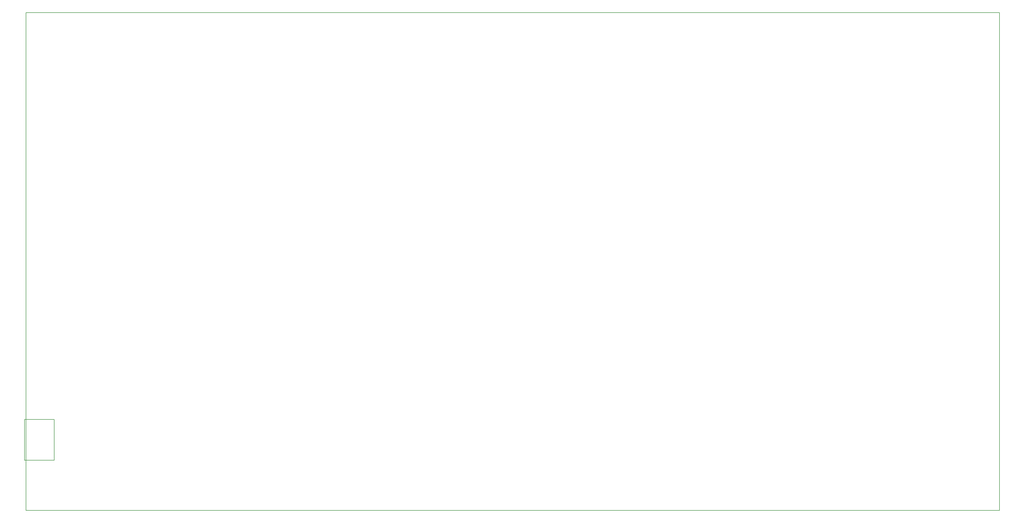
<source format=gbr>
G04 DipTrace 3.3.1.3*
G04 BoardOutline.gbr*
%MOIN*%
G04 #@! TF.FileFunction,Profile*
G04 #@! TF.Part,Single*
%ADD11C,0.005512*%
%FSLAX26Y26*%
G04*
G70*
G90*
G75*
G01*
G04 BoardOutline*
%LPD*%
X393701Y7106299D2*
D11*
X13503937D1*
Y393701D1*
X393701D1*
Y7106299D1*
X374016Y1618898D2*
X774016D1*
Y1068898D1*
X374016D1*
Y1618898D1*
M02*

</source>
